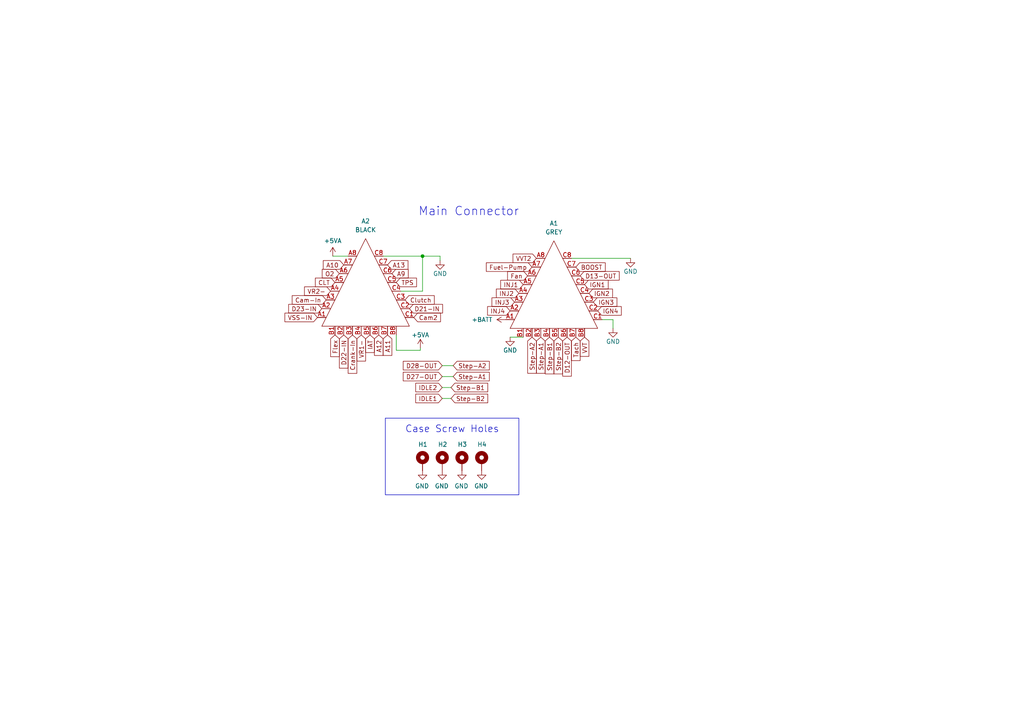
<source format=kicad_sch>
(kicad_sch (version 20231120) (generator "eeschema") (generator_version "8.0")
  (paper "A4")
  (title_block (title "Closed Deck X4") (date "2024-04-25") (rev "A") (company "OpenLogicEFI") (comment 1 "openlogicefi.com"))
  (lib_symbols
    (symbol "Connector_Automotive:Delphi_Sicma_24" (pin_names (offset 1.016))
      (property "Reference" "J" (at 0 1.27 0))
      (property "Value" "Delphi_Sicma_24" (at 0 -5.08 0))
      (symbol "Delphi_Sicma_24_0_1"
        (polyline (pts (xy -12.7 -12.7) (xy 0 12.7) (xy 12.7 -12.7) (xy -12.7 -12.7)))
      )
      (symbol "Delphi_Sicma_24_1_1"
        (pin passive line (at -13.97 -10.16 0) (length 2.54) (name "~") (number "A1"))
        (pin passive line (at -12.7 -7.62 0) (length 2.54) (name "~") (number "A2"))
        (pin passive line (at -11.43 -5.08 0) (length 2.54) (name "~") (number "A3"))
        (pin passive line (at -10.16 -2.54 0) (length 2.54) (name "~") (number "A4"))
        (pin passive line (at -8.89 0 0) (length 2.54) (name "~") (number "A5"))
        (pin passive line (at -7.62 2.54 0) (length 2.54) (name "~") (number "A6"))
        (pin passive line (at -6.35 5.08 0) (length 2.54) (name "~") (number "A7"))
        (pin passive line (at -5.08 7.62 0) (length 2.54) (name "~") (number "A8"))
        (pin passive line (at -8.89 -15.24 90) (length 2.54) (name "~") (number "B1"))
        (pin passive line (at -6.35 -15.24 90) (length 2.54) (name "~") (number "B2"))
        (pin passive line (at -3.81 -15.24 90) (length 2.54) (name "~") (number "B3"))
        (pin passive line (at -1.27 -15.24 90) (length 2.54) (name "~") (number "B4"))
        (pin passive line (at 1.27 -15.24 90) (length 2.54) (name "~") (number "B5"))
        (pin passive line (at 3.81 -15.24 90) (length 2.54) (name "~") (number "B6"))
        (pin passive line (at 6.35 -15.24 90) (length 2.54) (name "~") (number "B7"))
        (pin passive line (at 8.89 -15.24 90) (length 2.54) (name "~") (number "B8"))
        (pin passive line (at 13.97 -10.16 180) (length 2.54) (name "~") (number "C1"))
        (pin passive line (at 12.7 -7.62 180) (length 2.54) (name "~") (number "C2"))
        (pin passive line (at 11.43 -5.08 180) (length 2.54) (name "~") (number "C3"))
        (pin passive line (at 10.16 -2.54 180) (length 2.54) (name "~") (number "C4"))
        (pin passive line (at 8.89 0 180) (length 2.54) (name "~") (number "C5"))
        (pin passive line (at 7.62 2.54 180) (length 2.54) (name "~") (number "C6"))
        (pin passive line (at 6.35 5.08 180) (length 2.54) (name "~") (number "C7"))
        (pin passive line (at 5.08 7.62 180) (length 2.54) (name "~") (number "C8"))
      )
    )
    (symbol "Mechanical:MountingHole_Pad" (pin_numbers hide) (pin_names (offset 1.016) hide)
      (property "Reference" "H" (at 0 6.35 0))
      (property "Value" "MountingHole_Pad" (at 0 4.445 0))
      (symbol "MountingHole_Pad_0_1"
        (circle (center 0 1.27) (radius 1.27) (stroke (width 1.27)))
      )
      (symbol "MountingHole_Pad_1_1"
        (pin input line (at 0 -2.54 90) (length 2.54) (name "1") (number "1"))
      )
    )
    (symbol "power:+5VA" (power) (pin_names (offset 0))
      (property "Value" "+5VA" (at 0 3.556 0))
      (symbol "+5VA_0_1"
        (polyline (pts (xy -0.762 1.27) (xy 0 2.54)))
        (polyline (pts (xy 0 0) (xy 0 2.54)))
        (polyline (pts (xy 0 2.54) (xy 0.762 1.27)))
      )
      (symbol "+5VA_1_1"
        (pin power_in line (at 0 0 90) (length 0) hide (name "+5VA") (number "1"))
      )
    )
    (symbol "power:+BATT" (power) (pin_names (offset 0))
      (property "Value" "+BATT" (at 0 3.556 0))
      (symbol "+BATT_0_1"
        (polyline (pts (xy -0.762 1.27) (xy 0 2.54)))
        (polyline (pts (xy 0 0) (xy 0 2.54)))
        (polyline (pts (xy 0 2.54) (xy 0.762 1.27)))
      )
      (symbol "+BATT_1_1"
        (pin power_in line (at 0 0 90) (length 0) hide (name "+BATT") (number "1"))
      )
    )
    (symbol "power:GND" (power) (pin_names (offset 0))
      (property "Value" "GND" (at 0 -3.81 0))
      (symbol "GND_0_1"
        (polyline (pts (xy 0 0) (xy 0 -1.27) (xy 1.27 -1.27) (xy 0 -2.54) (xy -1.27 -1.27) (xy 0 -1.27)))
      )
      (symbol "GND_1_1"
        (pin power_in line (at 0 0 270) (length 0) hide (name "GND") (number "1"))
      )
    )
  )
  (junction (at 122.555 74.295))
  (wire (pts (xy 127.635 74.295) (xy 127.635 75.565)))
  (wire (pts (xy 111.125 74.295) (xy 122.555 74.295)))
  (wire (pts (xy 128.27 112.395) (xy 130.81 112.395)))
  (wire (pts (xy 114.935 101.6) (xy 121.92 101.6)))
  (wire (pts (xy 177.8 92.71) (xy 177.8 95.25)))
  (wire (pts (xy 177.8 92.71) (xy 174.625 92.71)))
  (wire (pts (xy 114.935 101.6) (xy 114.935 97.155)))
  (wire (pts (xy 122.555 74.295) (xy 122.555 84.455)))
  (wire (pts (xy 147.955 97.79) (xy 151.765 97.79)))
  (wire (pts (xy 128.27 115.57) (xy 130.81 115.57)))
  (wire (pts (xy 121.92 101.6) (xy 121.92 100.965)))
  (wire (pts (xy 96.52 74.295) (xy 100.965 74.295)))
  (wire (pts (xy 165.735 74.93) (xy 182.88 74.93)))
  (wire (pts (xy 128.27 106.045) (xy 131.445 106.045)))
  (wire (pts (xy 128.27 109.22) (xy 131.445 109.22)))
  (wire (pts (xy 122.555 74.295) (xy 127.635 74.295)))
  (wire (pts (xy 116.205 84.455) (xy 122.555 84.455)))
  (rectangle (start 111.76 121.285) (end 150.495 143.51))
  (text "Case Screw Holes" (at 117.475 125.73 0) (effects (font (size 2 2)) (justify left bottom)))
  (text "Main Connector" (at 121.285 62.865 0) (effects (font (size 2.4892 2.4892)) (justify left bottom)))
  (global_label "INJ3" (shape input) (at 149.225 87.63 180) (property "Intersheetrefs" "${INTERSHEET_REFS}" (effects (hide yes))))
  (global_label "Fuel-Pump" (shape input) (at 154.305 77.47 180) (property "Intersheetrefs" "${INTERSHEET_REFS}" (effects (hide yes))))
  (global_label "Cam2" (shape input) (at 120.015 92.075 0) (property "Intersheetrefs" "${INTERSHEET_REFS}" (effects (hide yes))))
  (global_label "Crank-In" (shape input) (at 102.235 97.155 270) (property "Intersheetrefs" "${INTERSHEET_REFS}" (effects (hide yes))))
  (global_label "Flex" (shape input) (at 97.155 97.155 270) (property "Intersheetrefs" "${INTERSHEET_REFS}" (effects (hide yes))))
  (global_label "INJ1" (shape input) (at 151.765 82.55 180) (property "Intersheetrefs" "${INTERSHEET_REFS}" (effects (hide yes))))
  (global_label "VR1-" (shape input) (at 104.775 97.155 270) (property "Intersheetrefs" "${INTERSHEET_REFS}" (effects (hide yes))))
  (global_label "IDLE1" (shape input) (at 128.27 115.57 180) (property "Intersheetrefs" "${INTERSHEET_REFS}" (effects (hide yes))))
  (global_label "INJ2" (shape input) (at 150.495 85.09 180) (property "Intersheetrefs" "${INTERSHEET_REFS}" (effects (hide yes))))
  (global_label "Clutch" (shape input) (at 117.475 86.995 0) (property "Intersheetrefs" "${INTERSHEET_REFS}" (effects (hide yes))))
  (global_label "D23-IN" (shape input) (at 93.345 89.535 180) (property "Intersheetrefs" "${INTERSHEET_REFS}" (effects (hide yes))))
  (global_label "D22-IN" (shape input) (at 99.695 97.155 270) (property "Intersheetrefs" "${INTERSHEET_REFS}" (effects (hide yes))))
  (global_label "Step-A2" (shape input) (at 131.445 106.045 0) (property "Intersheetrefs" "${INTERSHEET_REFS}" (effects (hide yes))))
  (global_label "IGN4" (shape input) (at 173.355 90.17 0) (property "Intersheetrefs" "${INTERSHEET_REFS}" (effects (hide yes))))
  (global_label "D27-OUT" (shape input) (at 128.27 109.22 180) (property "Intersheetrefs" "${INTERSHEET_REFS}" (effects (hide yes))))
  (global_label "A9" (shape input) (at 113.665 79.375 0) (property "Intersheetrefs" "${INTERSHEET_REFS}" (effects (hide yes))))
  (global_label "Tach" (shape input) (at 167.005 97.79 270) (property "Intersheetrefs" "${INTERSHEET_REFS}" (effects (hide yes))))
  (global_label "IDLE2" (shape input) (at 128.27 112.395 180) (property "Intersheetrefs" "${INTERSHEET_REFS}" (effects (hide yes))))
  (global_label "A13" (shape input) (at 112.395 76.835 0) (property "Intersheetrefs" "${INTERSHEET_REFS}" (effects (hide yes))))
  (global_label "CLT" (shape input) (at 97.155 81.915 180) (property "Intersheetrefs" "${INTERSHEET_REFS}" (effects (hide yes))))
  (global_label "D21-IN" (shape input) (at 118.745 89.535 0) (property "Intersheetrefs" "${INTERSHEET_REFS}" (effects (hide yes))))
  (global_label "INJ4" (shape input) (at 147.955 90.17 180) (property "Intersheetrefs" "${INTERSHEET_REFS}" (effects (hide yes))))
  (global_label "TPS" (shape input) (at 114.935 81.915 0) (property "Intersheetrefs" "${INTERSHEET_REFS}" (effects (hide yes))))
  (global_label "A12" (shape input) (at 109.855 97.155 270) (property "Intersheetrefs" "${INTERSHEET_REFS}" (effects (hide yes))))
  (global_label "IGN3" (shape input) (at 172.085 87.63 0) (property "Intersheetrefs" "${INTERSHEET_REFS}" (effects (hide yes))))
  (global_label "Step-B2" (shape input) (at 130.81 115.57 0) (property "Intersheetrefs" "${INTERSHEET_REFS}" (effects (hide yes))))
  (global_label "D12-OUT" (shape input) (at 164.465 97.79 270) (property "Intersheetrefs" "${INTERSHEET_REFS}" (effects (hide yes))))
  (global_label "A11" (shape input) (at 112.395 97.155 270) (property "Intersheetrefs" "${INTERSHEET_REFS}" (effects (hide yes))))
  (global_label "Step-A1" (shape input) (at 156.845 97.79 270) (property "Intersheetrefs" "${INTERSHEET_REFS}" (effects (hide yes))))
  (global_label "Cam-In" (shape input) (at 94.615 86.995 180) (property "Intersheetrefs" "${INTERSHEET_REFS}" (effects (hide yes))))
  (global_label "D13-OUT" (shape input) (at 168.275 80.01 0) (property "Intersheetrefs" "${INTERSHEET_REFS}" (effects (hide yes))))
  (global_label "Step-B1" (shape input) (at 159.385 97.79 270) (property "Intersheetrefs" "${INTERSHEET_REFS}" (effects (hide yes))))
  (global_label "VR2-" (shape input) (at 95.885 84.455 180) (property "Intersheetrefs" "${INTERSHEET_REFS}" (effects (hide yes))))
  (global_label "IAT" (shape input) (at 107.315 97.155 270) (property "Intersheetrefs" "${INTERSHEET_REFS}" (effects (hide yes))))
  (global_label "O2" (shape input) (at 98.425 79.375 180) (property "Intersheetrefs" "${INTERSHEET_REFS}" (effects (hide yes))))
  (global_label "A10" (shape input) (at 99.695 76.835 180) (property "Intersheetrefs" "${INTERSHEET_REFS}" (effects (hide yes))))
  (global_label "Step-B2" (shape input) (at 161.925 97.79 270) (property "Intersheetrefs" "${INTERSHEET_REFS}" (effects (hide yes))))
  (global_label "Step-B1" (shape input) (at 130.81 112.395 0) (property "Intersheetrefs" "${INTERSHEET_REFS}" (effects (hide yes))))
  (global_label "VSS-IN" (shape input) (at 92.075 92.075 180) (property "Intersheetrefs" "${INTERSHEET_REFS}" (effects (hide yes))))
  (global_label "Step-A2" (shape input) (at 154.305 97.79 270) (property "Intersheetrefs" "${INTERSHEET_REFS}" (effects (hide yes))))
  (global_label "IGN1" (shape input) (at 169.545 82.55 0) (property "Intersheetrefs" "${INTERSHEET_REFS}" (effects (hide yes))))
  (global_label "VVT2" (shape input) (at 155.575 74.93 180) (property "Intersheetrefs" "${INTERSHEET_REFS}" (effects (hide yes))))
  (global_label "Fan" (shape input) (at 153.035 80.01 180) (property "Intersheetrefs" "${INTERSHEET_REFS}" (effects (hide yes))))
  (global_label "BOOST" (shape input) (at 167.005 77.47 0) (property "Intersheetrefs" "${INTERSHEET_REFS}" (effects (hide yes))))
  (global_label "IGN2" (shape input) (at 170.815 85.09 0) (property "Intersheetrefs" "${INTERSHEET_REFS}" (effects (hide yes))))
  (global_label "D28-OUT" (shape input) (at 128.27 106.045 180) (property "Intersheetrefs" "${INTERSHEET_REFS}" (effects (hide yes))))
  (global_label "Step-A1" (shape input) (at 131.445 109.22 0) (property "Intersheetrefs" "${INTERSHEET_REFS}" (effects (hide yes))))
  (global_label "VVT" (shape input) (at 169.545 97.79 270) (property "Intersheetrefs" "${INTERSHEET_REFS}" (effects (hide yes))))
  (symbol (lib_id "power:+BATT") (at 146.685 92.71 90) (unit 1)
    (property "Reference" "#PWR012" (effects (hide yes)))
    (property "Value" "+BATT" (at 142.875 92.71 90) (effects (justify left)))
  )
  (symbol (lib_id "Mechanical:MountingHole_Pad") (at 133.985 133.985 0) (unit 1) (in_bom no)
    (property "Reference" "H3" (at 132.715 128.905 0) (effects (justify left)))
    (property "Value" "MountingHole_Pad" (effects (hide yes)))
    (property "Footprint" "MountingHole:MountingHole_3.5mm_Pad" (effects (hide yes)))
    (property "Description" "Mounting Hole with connection" (effects (hide yes)))
  )
  (symbol (lib_id "power:GND") (at 133.985 136.525 0) (unit 1)
    (property "Reference" "#PWR018" (effects (hide yes)))
    (property "Value" "GND" (at 135.89 140.97 0) (effects (justify right)))
  )
  (symbol (lib_id "power:+5VA") (at 121.92 100.965 0) (mirror y) (unit 1)
    (property "Reference" "#PWR060" (effects (hide yes)))
    (property "Value" "+5VA" (at 121.92 97.155 0))
  )
  (symbol (lib_id "power:GND") (at 182.88 74.93 0) (unit 1)
    (property "Reference" "#PWR085" (effects (hide yes)))
    (property "Value" "GND" (at 182.88 78.74 0))
  )
  (symbol (lib_id "power:GND") (at 127.635 75.565 0) (unit 1)
    (property "Reference" "#PWR052" (effects (hide yes)))
    (property "Value" "GND" (at 127.635 79.375 0))
  )
  (symbol (lib_id "power:GND") (at 147.955 97.79 0) (unit 1)
    (property "Reference" "#PWR014" (effects (hide yes)))
    (property "Value" "GND" (at 147.955 101.6 0))
  )
  (symbol (lib_id "power:GND") (at 128.27 136.525 0) (unit 1)
    (property "Reference" "#PWR024" (effects (hide yes)))
    (property "Value" "GND" (at 130.175 140.97 0) (effects (justify right)))
  )
  (symbol (lib_id "Mechanical:MountingHole_Pad") (at 122.555 133.985 0) (unit 1) (in_bom no)
    (property "Reference" "H1" (at 121.285 128.905 0) (effects (justify left)))
    (property "Value" "MountingHole_Pad" (effects (hide yes)))
    (property "Footprint" "MountingHole:MountingHole_3.5mm_Pad" (effects (hide yes)))
    (property "Description" "Mounting Hole with connection" (effects (hide yes)))
  )
  (symbol (lib_id "power:GND") (at 122.555 136.525 0) (unit 1)
    (property "Reference" "#PWR022" (effects (hide yes)))
    (property "Value" "GND" (at 124.46 140.97 0) (effects (justify right)))
  )
  (symbol (lib_id "power:GND") (at 177.8 95.25 0) (unit 1)
    (property "Reference" "#PWR015" (effects (hide yes)))
    (property "Value" "GND" (at 177.8 99.06 0))
  )
  (symbol (lib_id "power:GND") (at 139.7 136.525 0) (unit 1)
    (property "Reference" "#PWR023" (effects (hide yes)))
    (property "Value" "GND" (at 141.605 140.97 0) (effects (justify right)))
  )
  (symbol (lib_id "Connector_Automotive:Delphi_Sicma_24") (at 106.045 81.915 0) (unit 1) (exclude_from_sim yes) (in_bom no)
    (property "Reference" "A2" (at 106.045 64.135 0))
    (property "Value" "BLACK" (at 106.045 66.675 0))
    (property "Footprint" "Connector_Automotive:Delphi_Sicma_24_Black" (effects (hide yes)))
  )
  (symbol (lib_id "Mechanical:MountingHole_Pad") (at 139.7 133.985 0) (unit 1) (in_bom no)
    (property "Reference" "H4" (at 138.43 128.905 0) (effects (justify left)))
    (property "Value" "MountingHole_Pad" (effects (hide yes)))
    (property "Footprint" "MountingHole:MountingHole_3.5mm_Pad" (effects (hide yes)))
    (property "Description" "Mounting Hole with connection" (effects (hide yes)))
  )
  (symbol (lib_id "Connector_Automotive:Delphi_Sicma_24") (at 160.655 82.55 0) (unit 1) (exclude_from_sim yes) (in_bom no)
    (property "Reference" "A1" (at 160.655 64.77 0))
    (property "Value" "GREY" (at 160.655 67.31 0))
    (property "Footprint" "Connector_Automotive:Delphi_Sicma_24_Grey" (effects (hide yes)))
  )
  (symbol (lib_id "Mechanical:MountingHole_Pad") (at 128.27 133.985 0) (unit 1) (in_bom no)
    (property "Reference" "H2" (at 127 128.905 0) (effects (justify left)))
    (property "Value" "MountingHole_Pad" (effects (hide yes)))
    (property "Footprint" "MountingHole:MountingHole_3.5mm_Pad" (effects (hide yes)))
    (property "Description" "Mounting Hole with connection" (effects (hide yes)))
  )
  (symbol (lib_id "power:+5VA") (at 96.52 74.295 0) (unit 1)
    (property "Reference" "#PWR013" (effects (hide yes)))
    (property "Value" "+5VA" (at 96.52 69.85 0))
  )
)
</source>
